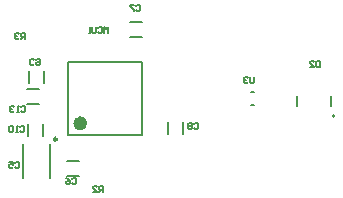
<source format=gbo>
G04*
G04 #@! TF.GenerationSoftware,Altium Limited,Altium Designer,24.5.2 (23)*
G04*
G04 Layer_Color=32896*
%FSLAX44Y44*%
%MOMM*%
G71*
G04*
G04 #@! TF.SameCoordinates,BBD7BA97-53B7-428A-B693-6A0B443125F4*
G04*
G04*
G04 #@! TF.FilePolarity,Positive*
G04*
G01*
G75*
%ADD10C,0.2500*%
%ADD12C,0.2000*%
%ADD14C,0.1500*%
%ADD62C,0.6000*%
D10*
X959250Y965500D02*
G03*
X959250Y965500I-1250J0D01*
G01*
D12*
X934400Y968000D02*
Y978000D01*
X947100Y968000D02*
Y978000D01*
X1123250Y994500D02*
X1126250D01*
X1123250Y1005500D02*
X1126250D01*
X968000Y934650D02*
X978000D01*
X968000Y947350D02*
X978000D01*
X953031Y932328D02*
Y961390D01*
X930469Y932328D02*
Y961390D01*
X969000Y969000D02*
Y1031000D01*
X1031000Y969000D02*
Y1031000D01*
X969000Y969000D02*
X1031000D01*
X969000Y1031000D02*
X1031000D01*
X1021000Y1064350D02*
X1031000D01*
X1021000Y1051650D02*
X1031000D01*
X948350Y1013000D02*
Y1023000D01*
X935650Y1013000D02*
Y1023000D01*
X934250Y1007850D02*
X944250D01*
X934250Y995150D02*
X944250D01*
X1066350Y970000D02*
Y980000D01*
X1053650Y970000D02*
Y980000D01*
D14*
X1194250Y985000D02*
G03*
X1194250Y985000I-750J0D01*
G01*
X1162500Y993500D02*
Y1002500D01*
X1191500Y993500D02*
Y1002500D01*
X927916Y975666D02*
X928749Y976499D01*
X930415D01*
X931248Y975666D01*
Y972334D01*
X930415Y971501D01*
X928749D01*
X927916Y972334D01*
X926250Y971501D02*
X924584D01*
X925416D01*
Y976499D01*
X926250Y975666D01*
X922084D02*
X921251Y976499D01*
X919585D01*
X918752Y975666D01*
Y972334D01*
X919585Y971501D01*
X921251D01*
X922084Y972334D01*
Y975666D01*
X932165Y1050167D02*
Y1055166D01*
X929666D01*
X928833Y1054333D01*
Y1052667D01*
X929666Y1051834D01*
X932165D01*
X930499D02*
X928833Y1050167D01*
X927167Y1054333D02*
X926334Y1055166D01*
X924668D01*
X923835Y1054333D01*
Y1053500D01*
X924668Y1052667D01*
X925501D01*
X924668D01*
X923835Y1051834D01*
Y1051001D01*
X924668Y1050167D01*
X926334D01*
X927167Y1051001D01*
X1126165Y1018499D02*
Y1014334D01*
X1125332Y1013501D01*
X1123666D01*
X1122833Y1014334D01*
Y1018499D01*
X1121167Y1017666D02*
X1120334Y1018499D01*
X1118668D01*
X1117835Y1017666D01*
Y1016833D01*
X1118668Y1016000D01*
X1119501D01*
X1118668D01*
X1117835Y1015167D01*
Y1014334D01*
X1118668Y1013501D01*
X1120334D01*
X1121167Y1014334D01*
X998165Y920501D02*
Y925499D01*
X995666D01*
X994833Y924666D01*
Y923000D01*
X995666Y922167D01*
X998165D01*
X996499D02*
X994833Y920501D01*
X989835D02*
X993167D01*
X989835Y923833D01*
Y924666D01*
X990668Y925499D01*
X992334D01*
X993167Y924666D01*
X1002685Y1055856D02*
Y1060854D01*
X1001019Y1059188D01*
X999353Y1060854D01*
Y1055856D01*
X994355Y1060021D02*
X995188Y1060854D01*
X996854D01*
X997687Y1060021D01*
Y1056689D01*
X996854Y1055856D01*
X995188D01*
X994355Y1056689D01*
X992689Y1060854D02*
Y1056689D01*
X991856Y1055856D01*
X990190D01*
X989357Y1056689D01*
Y1060854D01*
X987690Y1055856D02*
X986024D01*
X986857D01*
Y1060854D01*
X987690Y1060021D01*
X1182165Y1031499D02*
Y1026501D01*
X1179666D01*
X1178833Y1027334D01*
Y1030666D01*
X1179666Y1031499D01*
X1182165D01*
X1173835Y1026501D02*
X1177167D01*
X1173835Y1029833D01*
Y1030666D01*
X1174668Y1031499D01*
X1176334D01*
X1177167Y1030666D01*
X928916Y992666D02*
X929749Y993499D01*
X931415D01*
X932248Y992666D01*
Y989334D01*
X931415Y988501D01*
X929749D01*
X928916Y989334D01*
X927250Y988501D02*
X925583D01*
X926416D01*
Y993499D01*
X927250Y992666D01*
X923084D02*
X922251Y993499D01*
X920585D01*
X919752Y992666D01*
Y991833D01*
X920585Y991000D01*
X921418D01*
X920585D01*
X919752Y990167D01*
Y989334D01*
X920585Y988501D01*
X922251D01*
X923084Y989334D01*
X940167Y1029334D02*
X939334Y1028501D01*
X937668D01*
X936835Y1029334D01*
Y1032666D01*
X937668Y1033499D01*
X939334D01*
X940167Y1032666D01*
X941833D02*
X942666Y1033499D01*
X944332D01*
X945165Y1032666D01*
Y1029334D01*
X944332Y1028501D01*
X942666D01*
X941833Y1029334D01*
Y1030167D01*
X942666Y1031000D01*
X945165D01*
X1075463Y977996D02*
X1076296Y978829D01*
X1077962D01*
X1078795Y977996D01*
Y974664D01*
X1077962Y973831D01*
X1076296D01*
X1075463Y974664D01*
X1073797Y977996D02*
X1072964Y978829D01*
X1071298D01*
X1070465Y977996D01*
Y977163D01*
X1071298Y976330D01*
X1070465Y975497D01*
Y974664D01*
X1071298Y973831D01*
X1072964D01*
X1073797Y974664D01*
Y975497D01*
X1072964Y976330D01*
X1073797Y977163D01*
Y977996D01*
X1072964Y976330D02*
X1071298D01*
X1026483Y1078026D02*
X1027316Y1078859D01*
X1028982D01*
X1029815Y1078026D01*
Y1074694D01*
X1028982Y1073861D01*
X1027316D01*
X1026483Y1074694D01*
X1024817Y1078859D02*
X1021485D01*
Y1078026D01*
X1024817Y1074694D01*
Y1073861D01*
X971833Y931666D02*
X972666Y932499D01*
X974332D01*
X975165Y931666D01*
Y928334D01*
X974332Y927501D01*
X972666D01*
X971833Y928334D01*
X966835Y932499D02*
X968501Y931666D01*
X970167Y930000D01*
Y928334D01*
X969334Y927501D01*
X967668D01*
X966835Y928334D01*
Y929167D01*
X967668Y930000D01*
X970167D01*
X923833Y945666D02*
X924666Y946499D01*
X926332D01*
X927165Y945666D01*
Y942334D01*
X926332Y941501D01*
X924666D01*
X923833Y942334D01*
X918835Y946499D02*
X922167D01*
Y944000D01*
X920501Y944833D01*
X919668D01*
X918835Y944000D01*
Y942334D01*
X919668Y941501D01*
X921334D01*
X922167Y942334D01*
D62*
X982000Y979000D02*
G03*
X982000Y979000I-3000J0D01*
G01*
M02*

</source>
